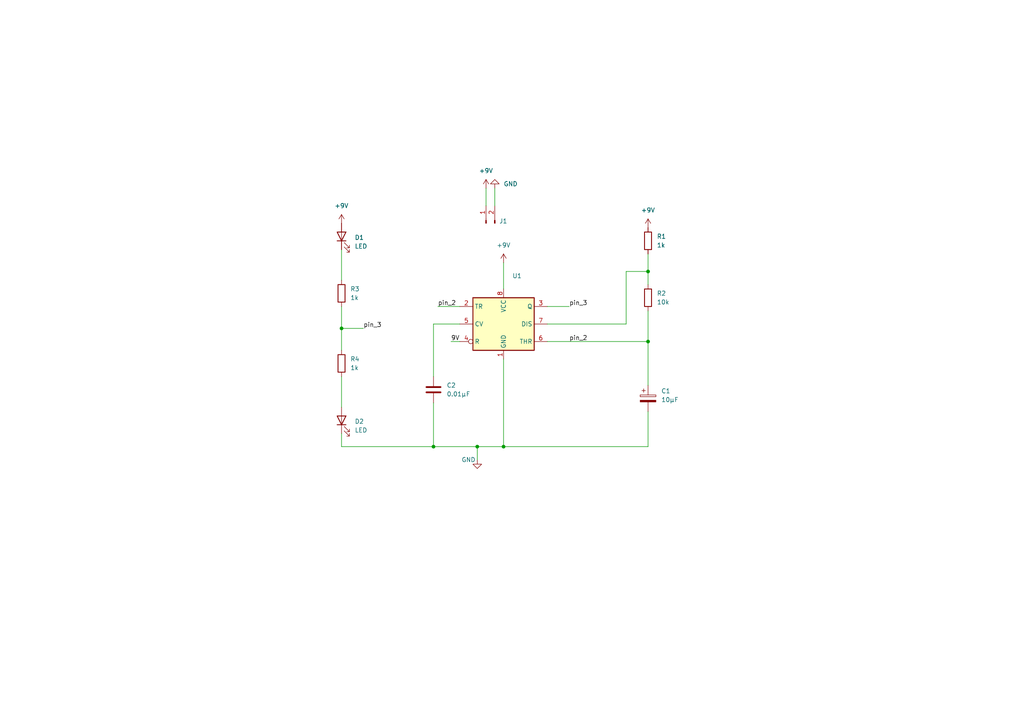
<source format=kicad_sch>
(kicad_sch (version 20211123) (generator eeschema)

  (uuid a54d06f8-11b7-4311-a776-5a4308441b92)

  (paper "A4")

  (lib_symbols
    (symbol "Connector:Conn_01x02_Male" (pin_names (offset 1.016) hide) (in_bom yes) (on_board yes)
      (property "Reference" "J" (id 0) (at 0 2.54 0)
        (effects (font (size 1.27 1.27)))
      )
      (property "Value" "Conn_01x02_Male" (id 1) (at 0 -5.08 0)
        (effects (font (size 1.27 1.27)))
      )
      (property "Footprint" "" (id 2) (at 0 0 0)
        (effects (font (size 1.27 1.27)) hide)
      )
      (property "Datasheet" "~" (id 3) (at 0 0 0)
        (effects (font (size 1.27 1.27)) hide)
      )
      (property "ki_keywords" "connector" (id 4) (at 0 0 0)
        (effects (font (size 1.27 1.27)) hide)
      )
      (property "ki_description" "Generic connector, single row, 01x02, script generated (kicad-library-utils/schlib/autogen/connector/)" (id 5) (at 0 0 0)
        (effects (font (size 1.27 1.27)) hide)
      )
      (property "ki_fp_filters" "Connector*:*_1x??_*" (id 6) (at 0 0 0)
        (effects (font (size 1.27 1.27)) hide)
      )
      (symbol "Conn_01x02_Male_1_1"
        (polyline
          (pts
            (xy 1.27 -2.54)
            (xy 0.8636 -2.54)
          )
          (stroke (width 0.1524) (type default) (color 0 0 0 0))
          (fill (type none))
        )
        (polyline
          (pts
            (xy 1.27 0)
            (xy 0.8636 0)
          )
          (stroke (width 0.1524) (type default) (color 0 0 0 0))
          (fill (type none))
        )
        (rectangle (start 0.8636 -2.413) (end 0 -2.667)
          (stroke (width 0.1524) (type default) (color 0 0 0 0))
          (fill (type outline))
        )
        (rectangle (start 0.8636 0.127) (end 0 -0.127)
          (stroke (width 0.1524) (type default) (color 0 0 0 0))
          (fill (type outline))
        )
        (pin passive line (at 5.08 0 180) (length 3.81)
          (name "Pin_1" (effects (font (size 1.27 1.27))))
          (number "1" (effects (font (size 1.27 1.27))))
        )
        (pin passive line (at 5.08 -2.54 180) (length 3.81)
          (name "Pin_2" (effects (font (size 1.27 1.27))))
          (number "2" (effects (font (size 1.27 1.27))))
        )
      )
    )
    (symbol "Device:C" (pin_numbers hide) (pin_names (offset 0.254)) (in_bom yes) (on_board yes)
      (property "Reference" "C" (id 0) (at 0.635 2.54 0)
        (effects (font (size 1.27 1.27)) (justify left))
      )
      (property "Value" "C" (id 1) (at 0.635 -2.54 0)
        (effects (font (size 1.27 1.27)) (justify left))
      )
      (property "Footprint" "" (id 2) (at 0.9652 -3.81 0)
        (effects (font (size 1.27 1.27)) hide)
      )
      (property "Datasheet" "~" (id 3) (at 0 0 0)
        (effects (font (size 1.27 1.27)) hide)
      )
      (property "ki_keywords" "cap capacitor" (id 4) (at 0 0 0)
        (effects (font (size 1.27 1.27)) hide)
      )
      (property "ki_description" "Unpolarized capacitor" (id 5) (at 0 0 0)
        (effects (font (size 1.27 1.27)) hide)
      )
      (property "ki_fp_filters" "C_*" (id 6) (at 0 0 0)
        (effects (font (size 1.27 1.27)) hide)
      )
      (symbol "C_0_1"
        (polyline
          (pts
            (xy -2.032 -0.762)
            (xy 2.032 -0.762)
          )
          (stroke (width 0.508) (type default) (color 0 0 0 0))
          (fill (type none))
        )
        (polyline
          (pts
            (xy -2.032 0.762)
            (xy 2.032 0.762)
          )
          (stroke (width 0.508) (type default) (color 0 0 0 0))
          (fill (type none))
        )
      )
      (symbol "C_1_1"
        (pin passive line (at 0 3.81 270) (length 2.794)
          (name "~" (effects (font (size 1.27 1.27))))
          (number "1" (effects (font (size 1.27 1.27))))
        )
        (pin passive line (at 0 -3.81 90) (length 2.794)
          (name "~" (effects (font (size 1.27 1.27))))
          (number "2" (effects (font (size 1.27 1.27))))
        )
      )
    )
    (symbol "Device:C_Polarized" (pin_numbers hide) (pin_names (offset 0.254)) (in_bom yes) (on_board yes)
      (property "Reference" "C" (id 0) (at 0.635 2.54 0)
        (effects (font (size 1.27 1.27)) (justify left))
      )
      (property "Value" "C_Polarized" (id 1) (at 0.635 -2.54 0)
        (effects (font (size 1.27 1.27)) (justify left))
      )
      (property "Footprint" "" (id 2) (at 0.9652 -3.81 0)
        (effects (font (size 1.27 1.27)) hide)
      )
      (property "Datasheet" "~" (id 3) (at 0 0 0)
        (effects (font (size 1.27 1.27)) hide)
      )
      (property "ki_keywords" "cap capacitor" (id 4) (at 0 0 0)
        (effects (font (size 1.27 1.27)) hide)
      )
      (property "ki_description" "Polarized capacitor" (id 5) (at 0 0 0)
        (effects (font (size 1.27 1.27)) hide)
      )
      (property "ki_fp_filters" "CP_*" (id 6) (at 0 0 0)
        (effects (font (size 1.27 1.27)) hide)
      )
      (symbol "C_Polarized_0_1"
        (rectangle (start -2.286 0.508) (end 2.286 1.016)
          (stroke (width 0) (type default) (color 0 0 0 0))
          (fill (type none))
        )
        (polyline
          (pts
            (xy -1.778 2.286)
            (xy -0.762 2.286)
          )
          (stroke (width 0) (type default) (color 0 0 0 0))
          (fill (type none))
        )
        (polyline
          (pts
            (xy -1.27 2.794)
            (xy -1.27 1.778)
          )
          (stroke (width 0) (type default) (color 0 0 0 0))
          (fill (type none))
        )
        (rectangle (start 2.286 -0.508) (end -2.286 -1.016)
          (stroke (width 0) (type default) (color 0 0 0 0))
          (fill (type outline))
        )
      )
      (symbol "C_Polarized_1_1"
        (pin passive line (at 0 3.81 270) (length 2.794)
          (name "~" (effects (font (size 1.27 1.27))))
          (number "1" (effects (font (size 1.27 1.27))))
        )
        (pin passive line (at 0 -3.81 90) (length 2.794)
          (name "~" (effects (font (size 1.27 1.27))))
          (number "2" (effects (font (size 1.27 1.27))))
        )
      )
    )
    (symbol "Device:LED" (pin_numbers hide) (pin_names (offset 1.016) hide) (in_bom yes) (on_board yes)
      (property "Reference" "D" (id 0) (at 0 2.54 0)
        (effects (font (size 1.27 1.27)))
      )
      (property "Value" "LED" (id 1) (at 0 -2.54 0)
        (effects (font (size 1.27 1.27)))
      )
      (property "Footprint" "" (id 2) (at 0 0 0)
        (effects (font (size 1.27 1.27)) hide)
      )
      (property "Datasheet" "~" (id 3) (at 0 0 0)
        (effects (font (size 1.27 1.27)) hide)
      )
      (property "ki_keywords" "LED diode" (id 4) (at 0 0 0)
        (effects (font (size 1.27 1.27)) hide)
      )
      (property "ki_description" "Light emitting diode" (id 5) (at 0 0 0)
        (effects (font (size 1.27 1.27)) hide)
      )
      (property "ki_fp_filters" "LED* LED_SMD:* LED_THT:*" (id 6) (at 0 0 0)
        (effects (font (size 1.27 1.27)) hide)
      )
      (symbol "LED_0_1"
        (polyline
          (pts
            (xy -1.27 -1.27)
            (xy -1.27 1.27)
          )
          (stroke (width 0.254) (type default) (color 0 0 0 0))
          (fill (type none))
        )
        (polyline
          (pts
            (xy -1.27 0)
            (xy 1.27 0)
          )
          (stroke (width 0) (type default) (color 0 0 0 0))
          (fill (type none))
        )
        (polyline
          (pts
            (xy 1.27 -1.27)
            (xy 1.27 1.27)
            (xy -1.27 0)
            (xy 1.27 -1.27)
          )
          (stroke (width 0.254) (type default) (color 0 0 0 0))
          (fill (type none))
        )
        (polyline
          (pts
            (xy -3.048 -0.762)
            (xy -4.572 -2.286)
            (xy -3.81 -2.286)
            (xy -4.572 -2.286)
            (xy -4.572 -1.524)
          )
          (stroke (width 0) (type default) (color 0 0 0 0))
          (fill (type none))
        )
        (polyline
          (pts
            (xy -1.778 -0.762)
            (xy -3.302 -2.286)
            (xy -2.54 -2.286)
            (xy -3.302 -2.286)
            (xy -3.302 -1.524)
          )
          (stroke (width 0) (type default) (color 0 0 0 0))
          (fill (type none))
        )
      )
      (symbol "LED_1_1"
        (pin passive line (at -3.81 0 0) (length 2.54)
          (name "K" (effects (font (size 1.27 1.27))))
          (number "1" (effects (font (size 1.27 1.27))))
        )
        (pin passive line (at 3.81 0 180) (length 2.54)
          (name "A" (effects (font (size 1.27 1.27))))
          (number "2" (effects (font (size 1.27 1.27))))
        )
      )
    )
    (symbol "Device:R" (pin_numbers hide) (pin_names (offset 0)) (in_bom yes) (on_board yes)
      (property "Reference" "R" (id 0) (at 2.032 0 90)
        (effects (font (size 1.27 1.27)))
      )
      (property "Value" "R" (id 1) (at 0 0 90)
        (effects (font (size 1.27 1.27)))
      )
      (property "Footprint" "" (id 2) (at -1.778 0 90)
        (effects (font (size 1.27 1.27)) hide)
      )
      (property "Datasheet" "~" (id 3) (at 0 0 0)
        (effects (font (size 1.27 1.27)) hide)
      )
      (property "ki_keywords" "R res resistor" (id 4) (at 0 0 0)
        (effects (font (size 1.27 1.27)) hide)
      )
      (property "ki_description" "Resistor" (id 5) (at 0 0 0)
        (effects (font (size 1.27 1.27)) hide)
      )
      (property "ki_fp_filters" "R_*" (id 6) (at 0 0 0)
        (effects (font (size 1.27 1.27)) hide)
      )
      (symbol "R_0_1"
        (rectangle (start -1.016 -2.54) (end 1.016 2.54)
          (stroke (width 0.254) (type default) (color 0 0 0 0))
          (fill (type none))
        )
      )
      (symbol "R_1_1"
        (pin passive line (at 0 3.81 270) (length 1.27)
          (name "~" (effects (font (size 1.27 1.27))))
          (number "1" (effects (font (size 1.27 1.27))))
        )
        (pin passive line (at 0 -3.81 90) (length 1.27)
          (name "~" (effects (font (size 1.27 1.27))))
          (number "2" (effects (font (size 1.27 1.27))))
        )
      )
    )
    (symbol "Timer:NE555D" (in_bom yes) (on_board yes)
      (property "Reference" "U" (id 0) (at -10.16 8.89 0)
        (effects (font (size 1.27 1.27)) (justify left))
      )
      (property "Value" "NE555D" (id 1) (at 2.54 8.89 0)
        (effects (font (size 1.27 1.27)) (justify left))
      )
      (property "Footprint" "Package_SO:SOIC-8_3.9x4.9mm_P1.27mm" (id 2) (at 21.59 -10.16 0)
        (effects (font (size 1.27 1.27)) hide)
      )
      (property "Datasheet" "http://www.ti.com/lit/ds/symlink/ne555.pdf" (id 3) (at 21.59 -10.16 0)
        (effects (font (size 1.27 1.27)) hide)
      )
      (property "ki_keywords" "single timer 555" (id 4) (at 0 0 0)
        (effects (font (size 1.27 1.27)) hide)
      )
      (property "ki_description" "Precision Timers, 555 compatible, SOIC-8" (id 5) (at 0 0 0)
        (effects (font (size 1.27 1.27)) hide)
      )
      (property "ki_fp_filters" "SOIC*3.9x4.9mm*P1.27mm*" (id 6) (at 0 0 0)
        (effects (font (size 1.27 1.27)) hide)
      )
      (symbol "NE555D_0_0"
        (pin power_in line (at 0 -10.16 90) (length 2.54)
          (name "GND" (effects (font (size 1.27 1.27))))
          (number "1" (effects (font (size 1.27 1.27))))
        )
        (pin power_in line (at 0 10.16 270) (length 2.54)
          (name "VCC" (effects (font (size 1.27 1.27))))
          (number "8" (effects (font (size 1.27 1.27))))
        )
      )
      (symbol "NE555D_0_1"
        (rectangle (start -8.89 -7.62) (end 8.89 7.62)
          (stroke (width 0.254) (type default) (color 0 0 0 0))
          (fill (type background))
        )
        (rectangle (start -8.89 -7.62) (end 8.89 7.62)
          (stroke (width 0.254) (type default) (color 0 0 0 0))
          (fill (type background))
        )
      )
      (symbol "NE555D_1_1"
        (pin input line (at -12.7 5.08 0) (length 3.81)
          (name "TR" (effects (font (size 1.27 1.27))))
          (number "2" (effects (font (size 1.27 1.27))))
        )
        (pin output line (at 12.7 5.08 180) (length 3.81)
          (name "Q" (effects (font (size 1.27 1.27))))
          (number "3" (effects (font (size 1.27 1.27))))
        )
        (pin input inverted (at -12.7 -5.08 0) (length 3.81)
          (name "R" (effects (font (size 1.27 1.27))))
          (number "4" (effects (font (size 1.27 1.27))))
        )
        (pin input line (at -12.7 0 0) (length 3.81)
          (name "CV" (effects (font (size 1.27 1.27))))
          (number "5" (effects (font (size 1.27 1.27))))
        )
        (pin input line (at 12.7 -5.08 180) (length 3.81)
          (name "THR" (effects (font (size 1.27 1.27))))
          (number "6" (effects (font (size 1.27 1.27))))
        )
        (pin input line (at 12.7 0 180) (length 3.81)
          (name "DIS" (effects (font (size 1.27 1.27))))
          (number "7" (effects (font (size 1.27 1.27))))
        )
      )
    )
    (symbol "power:+9V" (power) (pin_names (offset 0)) (in_bom yes) (on_board yes)
      (property "Reference" "#PWR" (id 0) (at 0 -3.81 0)
        (effects (font (size 1.27 1.27)) hide)
      )
      (property "Value" "+9V" (id 1) (at 0 3.556 0)
        (effects (font (size 1.27 1.27)))
      )
      (property "Footprint" "" (id 2) (at 0 0 0)
        (effects (font (size 1.27 1.27)) hide)
      )
      (property "Datasheet" "" (id 3) (at 0 0 0)
        (effects (font (size 1.27 1.27)) hide)
      )
      (property "ki_keywords" "global power" (id 4) (at 0 0 0)
        (effects (font (size 1.27 1.27)) hide)
      )
      (property "ki_description" "Power symbol creates a global label with name \"+9V\"" (id 5) (at 0 0 0)
        (effects (font (size 1.27 1.27)) hide)
      )
      (symbol "+9V_0_1"
        (polyline
          (pts
            (xy -0.762 1.27)
            (xy 0 2.54)
          )
          (stroke (width 0) (type default) (color 0 0 0 0))
          (fill (type none))
        )
        (polyline
          (pts
            (xy 0 0)
            (xy 0 2.54)
          )
          (stroke (width 0) (type default) (color 0 0 0 0))
          (fill (type none))
        )
        (polyline
          (pts
            (xy 0 2.54)
            (xy 0.762 1.27)
          )
          (stroke (width 0) (type default) (color 0 0 0 0))
          (fill (type none))
        )
      )
      (symbol "+9V_1_1"
        (pin power_in line (at 0 0 90) (length 0) hide
          (name "+9V" (effects (font (size 1.27 1.27))))
          (number "1" (effects (font (size 1.27 1.27))))
        )
      )
    )
    (symbol "power:GND" (power) (pin_names (offset 0)) (in_bom yes) (on_board yes)
      (property "Reference" "#PWR" (id 0) (at 0 -6.35 0)
        (effects (font (size 1.27 1.27)) hide)
      )
      (property "Value" "GND" (id 1) (at 0 -3.81 0)
        (effects (font (size 1.27 1.27)))
      )
      (property "Footprint" "" (id 2) (at 0 0 0)
        (effects (font (size 1.27 1.27)) hide)
      )
      (property "Datasheet" "" (id 3) (at 0 0 0)
        (effects (font (size 1.27 1.27)) hide)
      )
      (property "ki_keywords" "global power" (id 4) (at 0 0 0)
        (effects (font (size 1.27 1.27)) hide)
      )
      (property "ki_description" "Power symbol creates a global label with name \"GND\" , ground" (id 5) (at 0 0 0)
        (effects (font (size 1.27 1.27)) hide)
      )
      (symbol "GND_0_1"
        (polyline
          (pts
            (xy 0 0)
            (xy 0 -1.27)
            (xy 1.27 -1.27)
            (xy 0 -2.54)
            (xy -1.27 -1.27)
            (xy 0 -1.27)
          )
          (stroke (width 0) (type default) (color 0 0 0 0))
          (fill (type none))
        )
      )
      (symbol "GND_1_1"
        (pin power_in line (at 0 0 270) (length 0) hide
          (name "GND" (effects (font (size 1.27 1.27))))
          (number "1" (effects (font (size 1.27 1.27))))
        )
      )
    )
  )

  (junction (at 138.43 129.54) (diameter 0) (color 0 0 0 0)
    (uuid 1b68742e-b4af-49db-b42a-2e184fd2da1f)
  )
  (junction (at 187.96 78.74) (diameter 0) (color 0 0 0 0)
    (uuid 4effe9bc-91e5-489f-a1d5-70d1f5ed555c)
  )
  (junction (at 99.06 95.25) (diameter 0) (color 0 0 0 0)
    (uuid 8fcf12a7-d8da-4a60-80c9-ce6c1d094059)
  )
  (junction (at 187.96 99.06) (diameter 0) (color 0 0 0 0)
    (uuid b0169f50-3f6e-4da5-b78a-0cbe753b1cd5)
  )
  (junction (at 146.05 129.54) (diameter 0) (color 0 0 0 0)
    (uuid b053133e-95b8-4d89-9644-c098d75a85c3)
  )
  (junction (at 125.73 129.54) (diameter 0) (color 0 0 0 0)
    (uuid f6990997-5b51-47ab-990c-6aa281909b15)
  )

  (wire (pts (xy 130.81 99.06) (xy 133.35 99.06))
    (stroke (width 0) (type default) (color 0 0 0 0))
    (uuid 0ed9c961-67f3-4775-8427-3f89ba8fd058)
  )
  (wire (pts (xy 125.73 129.54) (xy 138.43 129.54))
    (stroke (width 0) (type default) (color 0 0 0 0))
    (uuid 1054fe56-c058-4e29-96e4-7a26a279a35d)
  )
  (wire (pts (xy 99.06 72.39) (xy 99.06 81.28))
    (stroke (width 0) (type default) (color 0 0 0 0))
    (uuid 180d5997-8865-4d36-a9ac-9535f6f5103a)
  )
  (wire (pts (xy 99.06 88.9) (xy 99.06 95.25))
    (stroke (width 0) (type default) (color 0 0 0 0))
    (uuid 1ec72242-fc6a-459f-bddd-c0e61a705e5c)
  )
  (wire (pts (xy 187.96 73.66) (xy 187.96 78.74))
    (stroke (width 0) (type default) (color 0 0 0 0))
    (uuid 5c37e5c6-73f1-4577-b121-3c4a5b23e764)
  )
  (wire (pts (xy 181.61 78.74) (xy 187.96 78.74))
    (stroke (width 0) (type default) (color 0 0 0 0))
    (uuid 5d49bc7e-aead-4477-8d4b-085c97b460de)
  )
  (wire (pts (xy 125.73 93.98) (xy 133.35 93.98))
    (stroke (width 0) (type default) (color 0 0 0 0))
    (uuid 62c2120a-958c-450f-82a7-8a01802e5ad8)
  )
  (wire (pts (xy 140.97 54.61) (xy 140.97 59.69))
    (stroke (width 0) (type default) (color 0 0 0 0))
    (uuid 634e0eb3-2c1c-4e3d-8829-a9c57382305d)
  )
  (wire (pts (xy 138.43 129.54) (xy 146.05 129.54))
    (stroke (width 0) (type default) (color 0 0 0 0))
    (uuid 6d2735c3-e3d7-4f40-b2f0-b302e682a6bc)
  )
  (wire (pts (xy 138.43 133.35) (xy 138.43 129.54))
    (stroke (width 0) (type default) (color 0 0 0 0))
    (uuid 6ebac590-3d80-4a0a-9d24-fb9de0356afc)
  )
  (wire (pts (xy 99.06 95.25) (xy 99.06 101.6))
    (stroke (width 0) (type default) (color 0 0 0 0))
    (uuid 7ac222f2-2838-499b-bb1d-8d00d89118c3)
  )
  (wire (pts (xy 187.96 129.54) (xy 187.96 119.38))
    (stroke (width 0) (type default) (color 0 0 0 0))
    (uuid 7d5bc272-5d60-4311-9c75-05a478f9d05a)
  )
  (wire (pts (xy 99.06 125.73) (xy 99.06 129.54))
    (stroke (width 0) (type default) (color 0 0 0 0))
    (uuid 813fb560-d8af-4dec-929c-b86a36e2c17d)
  )
  (wire (pts (xy 125.73 116.84) (xy 125.73 129.54))
    (stroke (width 0) (type default) (color 0 0 0 0))
    (uuid 892488e1-60ed-4554-812f-d6ea677bcaa1)
  )
  (wire (pts (xy 158.75 99.06) (xy 187.96 99.06))
    (stroke (width 0) (type default) (color 0 0 0 0))
    (uuid 96962062-4d30-44ed-b259-0d2b5f5cd074)
  )
  (wire (pts (xy 158.75 93.98) (xy 181.61 93.98))
    (stroke (width 0) (type default) (color 0 0 0 0))
    (uuid 9d475727-b39e-4fec-bbf3-0f60404629fc)
  )
  (wire (pts (xy 181.61 93.98) (xy 181.61 78.74))
    (stroke (width 0) (type default) (color 0 0 0 0))
    (uuid a7fbd688-feac-4e02-b8a6-aeb6c0687119)
  )
  (wire (pts (xy 127 88.9) (xy 133.35 88.9))
    (stroke (width 0) (type default) (color 0 0 0 0))
    (uuid ae2ede44-2857-4033-9b5f-5bbb425a4af9)
  )
  (wire (pts (xy 146.05 104.14) (xy 146.05 129.54))
    (stroke (width 0) (type default) (color 0 0 0 0))
    (uuid b38f5139-1b0b-43e3-bb6a-66b697ae8909)
  )
  (wire (pts (xy 143.51 54.61) (xy 143.51 59.69))
    (stroke (width 0) (type default) (color 0 0 0 0))
    (uuid be8ece12-615c-4fe1-a03f-640d794877ac)
  )
  (wire (pts (xy 187.96 90.17) (xy 187.96 99.06))
    (stroke (width 0) (type default) (color 0 0 0 0))
    (uuid c23f6027-b411-4bd5-b3a7-939bb12b787d)
  )
  (wire (pts (xy 125.73 109.22) (xy 125.73 93.98))
    (stroke (width 0) (type default) (color 0 0 0 0))
    (uuid c4fc2aef-33b5-46ff-a621-793d0098148d)
  )
  (wire (pts (xy 99.06 109.22) (xy 99.06 118.11))
    (stroke (width 0) (type default) (color 0 0 0 0))
    (uuid c936a13a-b473-43bc-b3ed-f5a37f57be81)
  )
  (wire (pts (xy 187.96 78.74) (xy 187.96 82.55))
    (stroke (width 0) (type default) (color 0 0 0 0))
    (uuid ce2ee1c9-dff2-4355-99a7-36b8749911a0)
  )
  (wire (pts (xy 187.96 99.06) (xy 187.96 111.76))
    (stroke (width 0) (type default) (color 0 0 0 0))
    (uuid d62bd390-da2e-4714-803e-8fe853609e4c)
  )
  (wire (pts (xy 99.06 95.25) (xy 105.41 95.25))
    (stroke (width 0) (type default) (color 0 0 0 0))
    (uuid dcaeb1b7-1637-4792-a3af-3bbe098601f4)
  )
  (wire (pts (xy 99.06 129.54) (xy 125.73 129.54))
    (stroke (width 0) (type default) (color 0 0 0 0))
    (uuid eb6c680a-3c39-4b71-bf97-abee990f122c)
  )
  (wire (pts (xy 146.05 76.2) (xy 146.05 83.82))
    (stroke (width 0) (type default) (color 0 0 0 0))
    (uuid f48285fc-770e-48ef-afbc-ce0f358831d8)
  )
  (wire (pts (xy 158.75 88.9) (xy 165.1 88.9))
    (stroke (width 0) (type default) (color 0 0 0 0))
    (uuid f496bdcf-4902-451c-8bc5-aa95b419046e)
  )
  (wire (pts (xy 146.05 129.54) (xy 187.96 129.54))
    (stroke (width 0) (type default) (color 0 0 0 0))
    (uuid f9705796-63d1-41d4-bf15-f4a031775a49)
  )

  (label "pin_2" (at 165.1 99.06 0)
    (effects (font (size 1.27 1.27)) (justify left bottom))
    (uuid 2e1bed30-91cd-4dca-bb98-3ba7e1de23ad)
  )
  (label "pin_2" (at 127 88.9 0)
    (effects (font (size 1.27 1.27)) (justify left bottom))
    (uuid 4a2c9ce5-5db0-432e-8828-0866d2cf8496)
  )
  (label "9V" (at 130.81 99.06 0)
    (effects (font (size 1.27 1.27)) (justify left bottom))
    (uuid 564bfd9e-5dab-4b53-a5b5-0540daa8b4d7)
  )
  (label "pin_3" (at 165.1 88.9 0)
    (effects (font (size 1.27 1.27)) (justify left bottom))
    (uuid 6bb02051-dfe9-48a7-a673-69c7bbe73b77)
  )
  (label "pin_3" (at 105.41 95.25 0)
    (effects (font (size 1.27 1.27)) (justify left bottom))
    (uuid a0006f7e-439c-4d78-8a35-ceb9307365b5)
  )

  (symbol (lib_id "Device:LED") (at 99.06 68.58 90) (unit 1)
    (in_bom yes) (on_board yes) (fields_autoplaced)
    (uuid 03f6570c-f198-4eb9-9ac4-30429756b1d4)
    (property "Reference" "D1" (id 0) (at 102.87 68.8974 90)
      (effects (font (size 1.27 1.27)) (justify right))
    )
    (property "Value" "LED" (id 1) (at 102.87 71.4374 90)
      (effects (font (size 1.27 1.27)) (justify right))
    )
    (property "Footprint" "" (id 2) (at 99.06 68.58 0)
      (effects (font (size 1.27 1.27)) hide)
    )
    (property "Datasheet" "~" (id 3) (at 99.06 68.58 0)
      (effects (font (size 1.27 1.27)) hide)
    )
    (pin "1" (uuid cf7bca41-f38b-415d-a054-6674cf4282b7))
    (pin "2" (uuid 0c1ee76f-7743-4a33-9bf2-81d817a83eb9))
  )

  (symbol (lib_id "power:+9V") (at 140.97 54.61 0) (unit 1)
    (in_bom yes) (on_board yes) (fields_autoplaced)
    (uuid 0963f4a9-bf6b-42ec-8447-50a9ad22a9ec)
    (property "Reference" "#PWR?" (id 0) (at 140.97 58.42 0)
      (effects (font (size 1.27 1.27)) hide)
    )
    (property "Value" "+9V" (id 1) (at 140.97 49.53 0))
    (property "Footprint" "" (id 2) (at 140.97 54.61 0)
      (effects (font (size 1.27 1.27)) hide)
    )
    (property "Datasheet" "" (id 3) (at 140.97 54.61 0)
      (effects (font (size 1.27 1.27)) hide)
    )
    (pin "1" (uuid fe2bf7f2-b964-47e4-ae65-fdc0be082dd7))
  )

  (symbol (lib_id "Device:R") (at 187.96 69.85 0) (unit 1)
    (in_bom yes) (on_board yes) (fields_autoplaced)
    (uuid 64e884d3-45b9-4cee-8cc5-c1aa77943e9f)
    (property "Reference" "R1" (id 0) (at 190.5 68.5799 0)
      (effects (font (size 1.27 1.27)) (justify left))
    )
    (property "Value" "1k" (id 1) (at 190.5 71.1199 0)
      (effects (font (size 1.27 1.27)) (justify left))
    )
    (property "Footprint" "" (id 2) (at 186.182 69.85 90)
      (effects (font (size 1.27 1.27)) hide)
    )
    (property "Datasheet" "~" (id 3) (at 187.96 69.85 0)
      (effects (font (size 1.27 1.27)) hide)
    )
    (pin "1" (uuid 260548c0-4720-4791-95a9-dc26c1ddcb95))
    (pin "2" (uuid 0761f50f-a8d2-4f20-8cba-1b6b67ad7736))
  )

  (symbol (lib_id "Device:R") (at 187.96 86.36 0) (unit 1)
    (in_bom yes) (on_board yes) (fields_autoplaced)
    (uuid 7163c119-8c6b-40c9-9746-dd5b1c7900ab)
    (property "Reference" "R2" (id 0) (at 190.5 85.0899 0)
      (effects (font (size 1.27 1.27)) (justify left))
    )
    (property "Value" "10k" (id 1) (at 190.5 87.6299 0)
      (effects (font (size 1.27 1.27)) (justify left))
    )
    (property "Footprint" "" (id 2) (at 186.182 86.36 90)
      (effects (font (size 1.27 1.27)) hide)
    )
    (property "Datasheet" "~" (id 3) (at 187.96 86.36 0)
      (effects (font (size 1.27 1.27)) hide)
    )
    (pin "1" (uuid e1432fa7-fb53-45ef-918b-56cd4f31bdc3))
    (pin "2" (uuid c6048eb2-9e11-4971-a8dc-509593cfc802))
  )

  (symbol (lib_id "power:+9V") (at 146.05 76.2 0) (unit 1)
    (in_bom yes) (on_board yes) (fields_autoplaced)
    (uuid 730145bf-c110-4de1-9da8-cab36abab61c)
    (property "Reference" "#PWR?" (id 0) (at 146.05 80.01 0)
      (effects (font (size 1.27 1.27)) hide)
    )
    (property "Value" "+9V" (id 1) (at 146.05 71.12 0))
    (property "Footprint" "" (id 2) (at 146.05 76.2 0)
      (effects (font (size 1.27 1.27)) hide)
    )
    (property "Datasheet" "" (id 3) (at 146.05 76.2 0)
      (effects (font (size 1.27 1.27)) hide)
    )
    (pin "1" (uuid de1df552-53f8-4fb0-8f2c-44c7cbeed605))
  )

  (symbol (lib_id "power:+9V") (at 99.06 64.77 0) (unit 1)
    (in_bom yes) (on_board yes) (fields_autoplaced)
    (uuid 8e708f6c-8986-496c-8914-677c33547f70)
    (property "Reference" "#PWR?" (id 0) (at 99.06 68.58 0)
      (effects (font (size 1.27 1.27)) hide)
    )
    (property "Value" "+9V" (id 1) (at 99.06 59.69 0))
    (property "Footprint" "" (id 2) (at 99.06 64.77 0)
      (effects (font (size 1.27 1.27)) hide)
    )
    (property "Datasheet" "" (id 3) (at 99.06 64.77 0)
      (effects (font (size 1.27 1.27)) hide)
    )
    (pin "1" (uuid dc99af54-cc56-49ae-8088-6f02f38cf3a2))
  )

  (symbol (lib_id "power:GND") (at 143.51 54.61 180) (unit 1)
    (in_bom yes) (on_board yes) (fields_autoplaced)
    (uuid 8e91eac0-2d24-45d7-aec4-007591c5a004)
    (property "Reference" "#PWR?" (id 0) (at 143.51 48.26 0)
      (effects (font (size 1.27 1.27)) hide)
    )
    (property "Value" "GND" (id 1) (at 146.05 53.3399 0)
      (effects (font (size 1.27 1.27)) (justify right))
    )
    (property "Footprint" "" (id 2) (at 143.51 54.61 0)
      (effects (font (size 1.27 1.27)) hide)
    )
    (property "Datasheet" "" (id 3) (at 143.51 54.61 0)
      (effects (font (size 1.27 1.27)) hide)
    )
    (pin "1" (uuid 82943241-71fe-4a8e-a591-3dad6d88188f))
  )

  (symbol (lib_id "power:+9V") (at 187.96 66.04 0) (unit 1)
    (in_bom yes) (on_board yes) (fields_autoplaced)
    (uuid b5e8246e-407b-4e3a-87ca-027e31a36f4e)
    (property "Reference" "#PWR?" (id 0) (at 187.96 69.85 0)
      (effects (font (size 1.27 1.27)) hide)
    )
    (property "Value" "+9V" (id 1) (at 187.96 60.96 0))
    (property "Footprint" "" (id 2) (at 187.96 66.04 0)
      (effects (font (size 1.27 1.27)) hide)
    )
    (property "Datasheet" "" (id 3) (at 187.96 66.04 0)
      (effects (font (size 1.27 1.27)) hide)
    )
    (pin "1" (uuid e1375026-e9c8-4d0c-b571-0fe03cce5842))
  )

  (symbol (lib_id "Device:R") (at 99.06 85.09 0) (unit 1)
    (in_bom yes) (on_board yes) (fields_autoplaced)
    (uuid ba3aa3df-3b74-4312-a045-1c2c2d5b78e6)
    (property "Reference" "R3" (id 0) (at 101.6 83.8199 0)
      (effects (font (size 1.27 1.27)) (justify left))
    )
    (property "Value" "1k" (id 1) (at 101.6 86.3599 0)
      (effects (font (size 1.27 1.27)) (justify left))
    )
    (property "Footprint" "" (id 2) (at 97.282 85.09 90)
      (effects (font (size 1.27 1.27)) hide)
    )
    (property "Datasheet" "~" (id 3) (at 99.06 85.09 0)
      (effects (font (size 1.27 1.27)) hide)
    )
    (pin "1" (uuid 81c0ed7f-3ec7-491c-82f1-fd298a0e9d18))
    (pin "2" (uuid bafd9d28-b8d4-4ec7-8d6e-860b1244988a))
  )

  (symbol (lib_id "Device:R") (at 99.06 105.41 0) (unit 1)
    (in_bom yes) (on_board yes) (fields_autoplaced)
    (uuid bc6e9cbb-c3ce-424c-ae52-ac6f6fb3f33c)
    (property "Reference" "R4" (id 0) (at 101.6 104.1399 0)
      (effects (font (size 1.27 1.27)) (justify left))
    )
    (property "Value" "1k" (id 1) (at 101.6 106.6799 0)
      (effects (font (size 1.27 1.27)) (justify left))
    )
    (property "Footprint" "" (id 2) (at 97.282 105.41 90)
      (effects (font (size 1.27 1.27)) hide)
    )
    (property "Datasheet" "~" (id 3) (at 99.06 105.41 0)
      (effects (font (size 1.27 1.27)) hide)
    )
    (pin "1" (uuid 51988391-939c-4bee-9902-29d11401b37b))
    (pin "2" (uuid 86b95c9b-b741-4f4d-be00-2527e17b43c6))
  )

  (symbol (lib_id "Device:C") (at 125.73 113.03 0) (unit 1)
    (in_bom yes) (on_board yes) (fields_autoplaced)
    (uuid d24d74e5-5ff0-4a69-978f-2da57b22113d)
    (property "Reference" "C2" (id 0) (at 129.54 111.7599 0)
      (effects (font (size 1.27 1.27)) (justify left))
    )
    (property "Value" "0.01μF" (id 1) (at 129.54 114.2999 0)
      (effects (font (size 1.27 1.27)) (justify left))
    )
    (property "Footprint" "" (id 2) (at 126.6952 116.84 0)
      (effects (font (size 1.27 1.27)) hide)
    )
    (property "Datasheet" "~" (id 3) (at 125.73 113.03 0)
      (effects (font (size 1.27 1.27)) hide)
    )
    (pin "1" (uuid 7643be69-9216-48ec-bbab-93b704c598d4))
    (pin "2" (uuid c3d9a13d-a87d-41d2-99dc-199bd64c34b4))
  )

  (symbol (lib_id "Device:LED") (at 99.06 121.92 90) (unit 1)
    (in_bom yes) (on_board yes) (fields_autoplaced)
    (uuid d2f77f60-0f39-44e4-a37c-88dbe9b7bc39)
    (property "Reference" "D2" (id 0) (at 102.87 122.2374 90)
      (effects (font (size 1.27 1.27)) (justify right))
    )
    (property "Value" "LED" (id 1) (at 102.87 124.7774 90)
      (effects (font (size 1.27 1.27)) (justify right))
    )
    (property "Footprint" "" (id 2) (at 99.06 121.92 0)
      (effects (font (size 1.27 1.27)) hide)
    )
    (property "Datasheet" "~" (id 3) (at 99.06 121.92 0)
      (effects (font (size 1.27 1.27)) hide)
    )
    (pin "1" (uuid faaf1883-6dd8-4353-9fb9-a95aaa9221ee))
    (pin "2" (uuid fea882b0-4744-48c5-aa26-704145629dea))
  )

  (symbol (lib_id "power:GND") (at 138.43 133.35 0) (unit 1)
    (in_bom yes) (on_board yes)
    (uuid db6db216-95f2-4583-92c8-32928009aecf)
    (property "Reference" "#PWR?" (id 0) (at 138.43 139.7 0)
      (effects (font (size 1.27 1.27)) hide)
    )
    (property "Value" "GND" (id 1) (at 135.89 133.35 0))
    (property "Footprint" "" (id 2) (at 138.43 133.35 0)
      (effects (font (size 1.27 1.27)) hide)
    )
    (property "Datasheet" "" (id 3) (at 138.43 133.35 0)
      (effects (font (size 1.27 1.27)) hide)
    )
    (pin "1" (uuid b21587f8-751c-4e64-9691-93f3ae73b6a2))
  )

  (symbol (lib_id "Connector:Conn_01x02_Male") (at 140.97 64.77 90) (unit 1)
    (in_bom yes) (on_board yes) (fields_autoplaced)
    (uuid ecdeeac5-9123-4ba9-a37a-0ae015e22614)
    (property "Reference" "J1" (id 0) (at 144.78 64.1349 90)
      (effects (font (size 1.27 1.27)) (justify right))
    )
    (property "Value" "Conn_01x02_Male" (id 1) (at 144.78 65.4049 90)
      (effects (font (size 1.27 1.27)) (justify right) hide)
    )
    (property "Footprint" "" (id 2) (at 140.97 64.77 0)
      (effects (font (size 1.27 1.27)) hide)
    )
    (property "Datasheet" "~" (id 3) (at 140.97 64.77 0)
      (effects (font (size 1.27 1.27)) hide)
    )
    (pin "1" (uuid 1bffac01-a46c-41dd-b42d-e9c034edd41c))
    (pin "2" (uuid ca0da840-7e3c-44d2-ae00-cea7867dd3ef))
  )

  (symbol (lib_id "Timer:NE555D") (at 146.05 93.98 0) (unit 1)
    (in_bom yes) (on_board yes)
    (uuid f4b719be-d45d-4192-9fca-1c011dc96f3e)
    (property "Reference" "U1" (id 0) (at 148.59 80.01 0)
      (effects (font (size 1.27 1.27)) (justify left))
    )
    (property "Value" "NE555D" (id 1) (at 148.0694 83.82 0)
      (effects (font (size 1.27 1.27)) (justify left) hide)
    )
    (property "Footprint" "Package_SO:SOIC-8_3.9x4.9mm_P1.27mm" (id 2) (at 167.64 104.14 0)
      (effects (font (size 1.27 1.27)) hide)
    )
    (property "Datasheet" "http://www.ti.com/lit/ds/symlink/ne555.pdf" (id 3) (at 167.64 104.14 0)
      (effects (font (size 1.27 1.27)) hide)
    )
    (pin "1" (uuid 2b593feb-759f-45cf-ba0c-55ea7b18e71c))
    (pin "8" (uuid 8fdcc99f-4861-4248-997e-91be10941714))
    (pin "2" (uuid 6e3a0f56-6efc-487d-9a42-bf3ac7aa56a5))
    (pin "3" (uuid 484687e9-bb2a-4928-b8b1-859bc2ff3d27))
    (pin "4" (uuid f2881751-8ab1-4d79-8c75-388cca6945a8))
    (pin "5" (uuid 5a0c2f8a-d294-4723-be48-5f1c11fb33bc))
    (pin "6" (uuid 1f011e3b-097f-4d33-86fb-17fbc45fdbd7))
    (pin "7" (uuid de085a82-8d34-4a70-800c-a8ac5041b2d7))
  )

  (symbol (lib_id "Device:C_Polarized") (at 187.96 115.57 0) (unit 1)
    (in_bom yes) (on_board yes) (fields_autoplaced)
    (uuid ffc76ae6-37cf-4bb2-bfbe-795a9a3cf814)
    (property "Reference" "C1" (id 0) (at 191.77 113.4109 0)
      (effects (font (size 1.27 1.27)) (justify left))
    )
    (property "Value" "10μF" (id 1) (at 191.77 115.9509 0)
      (effects (font (size 1.27 1.27)) (justify left))
    )
    (property "Footprint" "" (id 2) (at 188.9252 119.38 0)
      (effects (font (size 1.27 1.27)) hide)
    )
    (property "Datasheet" "~" (id 3) (at 187.96 115.57 0)
      (effects (font (size 1.27 1.27)) hide)
    )
    (pin "1" (uuid 0656852e-6841-47f4-bb99-db2119858675))
    (pin "2" (uuid 84e78ab9-1851-41ac-a74e-10f48b3c2d62))
  )

  (sheet_instances
    (path "/" (page "1"))
  )

  (symbol_instances
    (path "/0963f4a9-bf6b-42ec-8447-50a9ad22a9ec"
      (reference "#PWR?") (unit 1) (value "+9V") (footprint "")
    )
    (path "/730145bf-c110-4de1-9da8-cab36abab61c"
      (reference "#PWR?") (unit 1) (value "+9V") (footprint "")
    )
    (path "/8e708f6c-8986-496c-8914-677c33547f70"
      (reference "#PWR?") (unit 1) (value "+9V") (footprint "")
    )
    (path "/8e91eac0-2d24-45d7-aec4-007591c5a004"
      (reference "#PWR?") (unit 1) (value "GND") (footprint "")
    )
    (path "/b5e8246e-407b-4e3a-87ca-027e31a36f4e"
      (reference "#PWR?") (unit 1) (value "+9V") (footprint "")
    )
    (path "/db6db216-95f2-4583-92c8-32928009aecf"
      (reference "#PWR?") (unit 1) (value "GND") (footprint "")
    )
    (path "/ffc76ae6-37cf-4bb2-bfbe-795a9a3cf814"
      (reference "C1") (unit 1) (value "10μF") (footprint "")
    )
    (path "/d24d74e5-5ff0-4a69-978f-2da57b22113d"
      (reference "C2") (unit 1) (value "0.01μF") (footprint "")
    )
    (path "/03f6570c-f198-4eb9-9ac4-30429756b1d4"
      (reference "D1") (unit 1) (value "LED") (footprint "")
    )
    (path "/d2f77f60-0f39-44e4-a37c-88dbe9b7bc39"
      (reference "D2") (unit 1) (value "LED") (footprint "")
    )
    (path "/ecdeeac5-9123-4ba9-a37a-0ae015e22614"
      (reference "J1") (unit 1) (value "Conn_01x02_Male") (footprint "")
    )
    (path "/64e884d3-45b9-4cee-8cc5-c1aa77943e9f"
      (reference "R1") (unit 1) (value "1k") (footprint "")
    )
    (path "/7163c119-8c6b-40c9-9746-dd5b1c7900ab"
      (reference "R2") (unit 1) (value "10k") (footprint "")
    )
    (path "/ba3aa3df-3b74-4312-a045-1c2c2d5b78e6"
      (reference "R3") (unit 1) (value "1k") (footprint "")
    )
    (path "/bc6e9cbb-c3ce-424c-ae52-ac6f6fb3f33c"
      (reference "R4") (unit 1) (value "1k") (footprint "")
    )
    (path "/f4b719be-d45d-4192-9fca-1c011dc96f3e"
      (reference "U1") (unit 1) (value "NE555D") (footprint "Package_SO:SOIC-8_3.9x4.9mm_P1.27mm")
    )
  )
)

</source>
